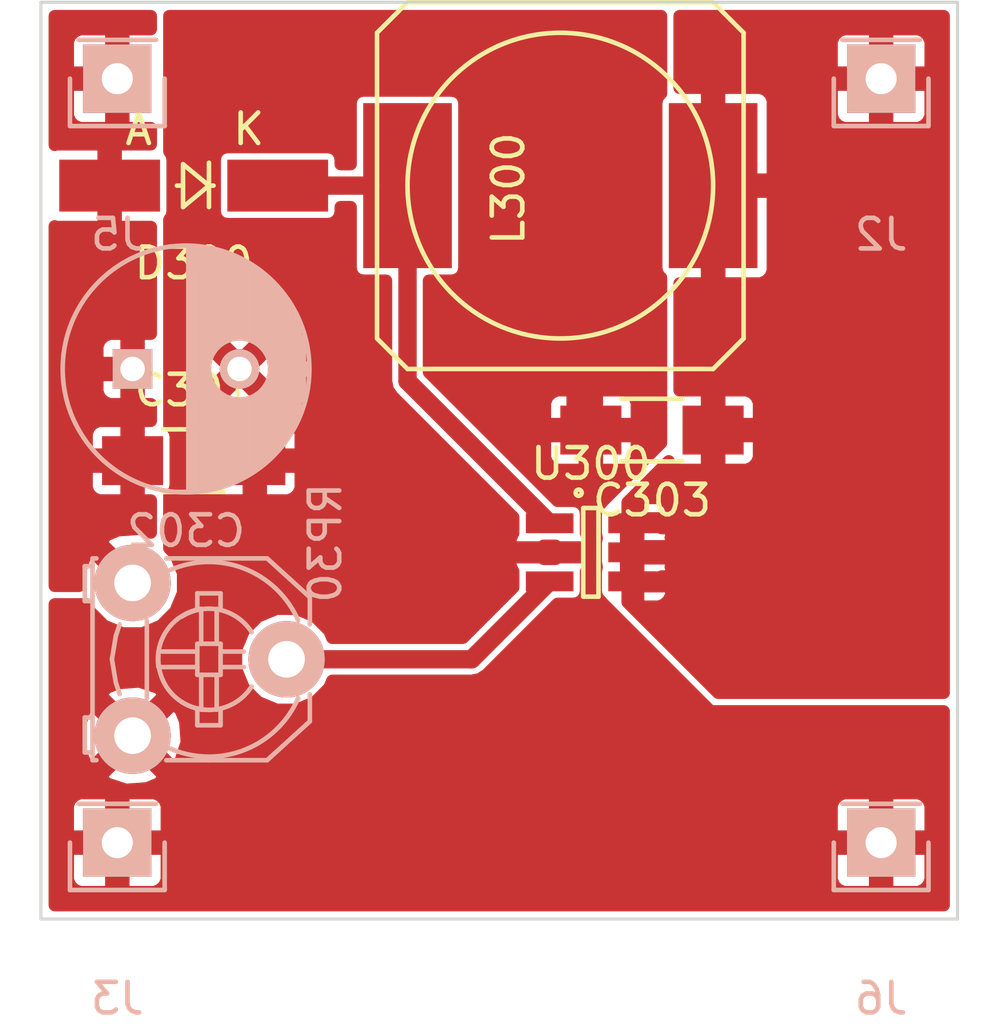
<source format=kicad_pcb>
(kicad_pcb (version 4) (host pcbnew 4.0.2-stable)

  (general
    (links 18)
    (no_connects 0)
    (area 50.510714 85.725519 83.489286 119.575)
    (thickness 1.6)
    (drawings 5)
    (tracks 17)
    (zones 0)
    (modules 11)
    (nets 6)
  )

  (page A4)
  (layers
    (0 F.Cu signal)
    (31 B.Cu signal)
    (32 B.Adhes user)
    (33 F.Adhes user)
    (34 B.Paste user)
    (35 F.Paste user)
    (36 B.SilkS user)
    (37 F.SilkS user)
    (38 B.Mask user)
    (39 F.Mask user)
    (40 Dwgs.User user)
    (41 Cmts.User user)
    (42 Eco1.User user)
    (43 Eco2.User user)
    (44 Edge.Cuts user)
    (45 Margin user)
    (46 B.CrtYd user)
    (47 F.CrtYd user)
    (48 B.Fab user)
    (49 F.Fab user)
  )

  (setup
    (last_trace_width 0.6)
    (trace_clearance 0.2)
    (zone_clearance 0.2)
    (zone_45_only yes)
    (trace_min 0.2)
    (segment_width 0.2)
    (edge_width 0.1)
    (via_size 0.6)
    (via_drill 0.4)
    (via_min_size 0.4)
    (via_min_drill 0.3)
    (uvia_size 0.3)
    (uvia_drill 0.1)
    (uvias_allowed no)
    (uvia_min_size 0.2)
    (uvia_min_drill 0.1)
    (pcb_text_width 0.3)
    (pcb_text_size 1.5 1.5)
    (mod_edge_width 0.15)
    (mod_text_size 1 1)
    (mod_text_width 0.15)
    (pad_size 1.5 1.5)
    (pad_drill 0.6)
    (pad_to_mask_clearance 0)
    (aux_axis_origin 0 0)
    (visible_elements FFFFFF7F)
    (pcbplotparams
      (layerselection 0x00000_00000001)
      (usegerberextensions false)
      (excludeedgelayer false)
      (linewidth 0.200000)
      (plotframeref false)
      (viasonmask false)
      (mode 1)
      (useauxorigin false)
      (hpglpennumber 1)
      (hpglpenspeed 20)
      (hpglpendiameter 15)
      (hpglpenoverlay 2)
      (psnegative false)
      (psa4output false)
      (plotreference false)
      (plotvalue false)
      (plotinvisibletext false)
      (padsonsilk false)
      (subtractmaskfromsilk false)
      (outputformat 4)
      (mirror true)
      (drillshape 1)
      (scaleselection 1)
      (outputdirectory ""))
  )

  (net 0 "")
  (net 1 VCC)
  (net 2 GND)
  (net 3 V_bat)
  (net 4 "Net-(D300-Pad1)")
  (net 5 "Net-(RP30-Pad2)")

  (net_class Default "This is the default net class."
    (clearance 0.2)
    (trace_width 0.6)
    (via_dia 0.6)
    (via_drill 0.4)
    (uvia_dia 0.3)
    (uvia_drill 0.1)
    (add_net GND)
    (add_net "Net-(D300-Pad1)")
    (add_net "Net-(RP30-Pad2)")
    (add_net VCC)
    (add_net V_bat)
  )

  (module Capacitors_SMD:C_1206_HandSoldering (layer F.Cu) (tedit 541A9C03) (tstamp 57E3B5F1)
    (at 57 101)
    (descr "Capacitor SMD 1206, hand soldering")
    (tags "capacitor 1206")
    (path /57C1E910)
    (attr smd)
    (fp_text reference C301 (at 0 -2.3) (layer F.SilkS)
      (effects (font (size 1 1) (thickness 0.15)))
    )
    (fp_text value 10uF (at 0 2.3) (layer F.Fab)
      (effects (font (size 1 1) (thickness 0.15)))
    )
    (fp_line (start -3.3 -1.15) (end 3.3 -1.15) (layer F.CrtYd) (width 0.05))
    (fp_line (start -3.3 1.15) (end 3.3 1.15) (layer F.CrtYd) (width 0.05))
    (fp_line (start -3.3 -1.15) (end -3.3 1.15) (layer F.CrtYd) (width 0.05))
    (fp_line (start 3.3 -1.15) (end 3.3 1.15) (layer F.CrtYd) (width 0.05))
    (fp_line (start 1 -1.025) (end -1 -1.025) (layer F.SilkS) (width 0.15))
    (fp_line (start -1 1.025) (end 1 1.025) (layer F.SilkS) (width 0.15))
    (pad 1 smd rect (at -2 0) (size 2 1.6) (layers F.Cu F.Paste F.Mask)
      (net 1 VCC))
    (pad 2 smd rect (at 2 0) (size 2 1.6) (layers F.Cu F.Paste F.Mask)
      (net 2 GND))
    (model Capacitors_SMD.3dshapes/C_1206_HandSoldering.wrl
      (at (xyz 0 0 0))
      (scale (xyz 1 1 1))
      (rotate (xyz 0 0 0))
    )
  )

  (module Capacitors_ThroughHole:C_Radial_D8_L11.5_P3.5 (layer B.Cu) (tedit 0) (tstamp 57E3B5F7)
    (at 55 98)
    (descr "Radial Electrolytic Capacitor Diameter 8mm x Length 11.5mm, Pitch 3.5mm")
    (tags "Electrolytic Capacitor")
    (path /57C5507A)
    (fp_text reference C302 (at 1.75 5.3) (layer B.SilkS)
      (effects (font (size 1 1) (thickness 0.15)) (justify mirror))
    )
    (fp_text value 470uF (at 1.75 -5.3) (layer B.Fab)
      (effects (font (size 1 1) (thickness 0.15)) (justify mirror))
    )
    (fp_line (start 1.825 3.999) (end 1.825 -3.999) (layer B.SilkS) (width 0.15))
    (fp_line (start 1.965 3.994) (end 1.965 -3.994) (layer B.SilkS) (width 0.15))
    (fp_line (start 2.105 3.984) (end 2.105 -3.984) (layer B.SilkS) (width 0.15))
    (fp_line (start 2.245 3.969) (end 2.245 -3.969) (layer B.SilkS) (width 0.15))
    (fp_line (start 2.385 3.949) (end 2.385 -3.949) (layer B.SilkS) (width 0.15))
    (fp_line (start 2.525 3.924) (end 2.525 0.222) (layer B.SilkS) (width 0.15))
    (fp_line (start 2.525 -0.222) (end 2.525 -3.924) (layer B.SilkS) (width 0.15))
    (fp_line (start 2.665 3.894) (end 2.665 0.55) (layer B.SilkS) (width 0.15))
    (fp_line (start 2.665 -0.55) (end 2.665 -3.894) (layer B.SilkS) (width 0.15))
    (fp_line (start 2.805 3.858) (end 2.805 0.719) (layer B.SilkS) (width 0.15))
    (fp_line (start 2.805 -0.719) (end 2.805 -3.858) (layer B.SilkS) (width 0.15))
    (fp_line (start 2.945 3.817) (end 2.945 0.832) (layer B.SilkS) (width 0.15))
    (fp_line (start 2.945 -0.832) (end 2.945 -3.817) (layer B.SilkS) (width 0.15))
    (fp_line (start 3.085 3.771) (end 3.085 0.91) (layer B.SilkS) (width 0.15))
    (fp_line (start 3.085 -0.91) (end 3.085 -3.771) (layer B.SilkS) (width 0.15))
    (fp_line (start 3.225 3.718) (end 3.225 0.961) (layer B.SilkS) (width 0.15))
    (fp_line (start 3.225 -0.961) (end 3.225 -3.718) (layer B.SilkS) (width 0.15))
    (fp_line (start 3.365 3.659) (end 3.365 0.991) (layer B.SilkS) (width 0.15))
    (fp_line (start 3.365 -0.991) (end 3.365 -3.659) (layer B.SilkS) (width 0.15))
    (fp_line (start 3.505 3.594) (end 3.505 1) (layer B.SilkS) (width 0.15))
    (fp_line (start 3.505 -1) (end 3.505 -3.594) (layer B.SilkS) (width 0.15))
    (fp_line (start 3.645 3.523) (end 3.645 0.989) (layer B.SilkS) (width 0.15))
    (fp_line (start 3.645 -0.989) (end 3.645 -3.523) (layer B.SilkS) (width 0.15))
    (fp_line (start 3.785 3.444) (end 3.785 0.959) (layer B.SilkS) (width 0.15))
    (fp_line (start 3.785 -0.959) (end 3.785 -3.444) (layer B.SilkS) (width 0.15))
    (fp_line (start 3.925 3.357) (end 3.925 0.905) (layer B.SilkS) (width 0.15))
    (fp_line (start 3.925 -0.905) (end 3.925 -3.357) (layer B.SilkS) (width 0.15))
    (fp_line (start 4.065 3.262) (end 4.065 0.825) (layer B.SilkS) (width 0.15))
    (fp_line (start 4.065 -0.825) (end 4.065 -3.262) (layer B.SilkS) (width 0.15))
    (fp_line (start 4.205 3.158) (end 4.205 0.709) (layer B.SilkS) (width 0.15))
    (fp_line (start 4.205 -0.709) (end 4.205 -3.158) (layer B.SilkS) (width 0.15))
    (fp_line (start 4.345 3.044) (end 4.345 0.535) (layer B.SilkS) (width 0.15))
    (fp_line (start 4.345 -0.535) (end 4.345 -3.044) (layer B.SilkS) (width 0.15))
    (fp_line (start 4.485 2.919) (end 4.485 0.173) (layer B.SilkS) (width 0.15))
    (fp_line (start 4.485 -0.173) (end 4.485 -2.919) (layer B.SilkS) (width 0.15))
    (fp_line (start 4.625 2.781) (end 4.625 -2.781) (layer B.SilkS) (width 0.15))
    (fp_line (start 4.765 2.629) (end 4.765 -2.629) (layer B.SilkS) (width 0.15))
    (fp_line (start 4.905 2.459) (end 4.905 -2.459) (layer B.SilkS) (width 0.15))
    (fp_line (start 5.045 2.268) (end 5.045 -2.268) (layer B.SilkS) (width 0.15))
    (fp_line (start 5.185 2.05) (end 5.185 -2.05) (layer B.SilkS) (width 0.15))
    (fp_line (start 5.325 1.794) (end 5.325 -1.794) (layer B.SilkS) (width 0.15))
    (fp_line (start 5.465 1.483) (end 5.465 -1.483) (layer B.SilkS) (width 0.15))
    (fp_line (start 5.605 1.067) (end 5.605 -1.067) (layer B.SilkS) (width 0.15))
    (fp_line (start 5.745 0.2) (end 5.745 -0.2) (layer B.SilkS) (width 0.15))
    (fp_circle (center 3.5 0) (end 3.5 1) (layer B.SilkS) (width 0.15))
    (fp_circle (center 1.75 0) (end 1.75 4.0375) (layer B.SilkS) (width 0.15))
    (fp_circle (center 1.75 0) (end 1.75 4.3) (layer B.CrtYd) (width 0.05))
    (pad 2 thru_hole circle (at 3.5 0) (size 1.3 1.3) (drill 0.8) (layers *.Cu *.Mask B.SilkS)
      (net 2 GND))
    (pad 1 thru_hole rect (at 0 0) (size 1.3 1.3) (drill 0.8) (layers *.Cu *.Mask B.SilkS)
      (net 1 VCC))
    (model Capacitors_ThroughHole.3dshapes/C_Radial_D8_L11.5_P3.5.wrl
      (at (xyz 0 0 0))
      (scale (xyz 1 1 1))
      (rotate (xyz 0 0 0))
    )
  )

  (module Capacitors_SMD:C_1206_HandSoldering (layer F.Cu) (tedit 541A9C03) (tstamp 57E3B5FD)
    (at 72 100 180)
    (descr "Capacitor SMD 1206, hand soldering")
    (tags "capacitor 1206")
    (path /57C1DE51)
    (attr smd)
    (fp_text reference C303 (at 0 -2.3 180) (layer F.SilkS)
      (effects (font (size 1 1) (thickness 0.15)))
    )
    (fp_text value 10uF (at 0 2.3 180) (layer F.Fab)
      (effects (font (size 1 1) (thickness 0.15)))
    )
    (fp_line (start -3.3 -1.15) (end 3.3 -1.15) (layer F.CrtYd) (width 0.05))
    (fp_line (start -3.3 1.15) (end 3.3 1.15) (layer F.CrtYd) (width 0.05))
    (fp_line (start -3.3 -1.15) (end -3.3 1.15) (layer F.CrtYd) (width 0.05))
    (fp_line (start 3.3 -1.15) (end 3.3 1.15) (layer F.CrtYd) (width 0.05))
    (fp_line (start 1 -1.025) (end -1 -1.025) (layer F.SilkS) (width 0.15))
    (fp_line (start -1 1.025) (end 1 1.025) (layer F.SilkS) (width 0.15))
    (pad 1 smd rect (at -2 0 180) (size 2 1.6) (layers F.Cu F.Paste F.Mask)
      (net 3 V_bat))
    (pad 2 smd rect (at 2 0 180) (size 2 1.6) (layers F.Cu F.Paste F.Mask)
      (net 2 GND))
    (model Capacitors_SMD.3dshapes/C_1206_HandSoldering.wrl
      (at (xyz 0 0 0))
      (scale (xyz 1 1 1))
      (rotate (xyz 0 0 0))
    )
  )

  (module Diodes_SMD:MiniMELF_Handsoldering (layer F.Cu) (tedit 5530FDE5) (tstamp 57E3B603)
    (at 57 92 180)
    (descr "Diode Mini-MELF Handsoldering")
    (tags "Diode Mini-MELF Handsoldering")
    (path /57C1927F)
    (attr smd)
    (fp_text reference D300 (at 0 -2.54 180) (layer F.SilkS)
      (effects (font (size 1 1) (thickness 0.15)))
    )
    (fp_text value SCHOTTKY (at 0 3.81 180) (layer F.Fab)
      (effects (font (size 1 1) (thickness 0.15)))
    )
    (fp_line (start -4.55 -1) (end 4.55 -1) (layer F.CrtYd) (width 0.05))
    (fp_line (start 4.55 -1) (end 4.55 1) (layer F.CrtYd) (width 0.05))
    (fp_line (start 4.55 1) (end -4.55 1) (layer F.CrtYd) (width 0.05))
    (fp_line (start -4.55 1) (end -4.55 -1) (layer F.CrtYd) (width 0.05))
    (fp_line (start -0.49958 0) (end -0.64944 0) (layer F.SilkS) (width 0.15))
    (fp_line (start 0.34878 0) (end 0.54944 0) (layer F.SilkS) (width 0.15))
    (fp_line (start -0.49958 0) (end -0.49958 0.7493) (layer F.SilkS) (width 0.15))
    (fp_line (start -0.49958 0) (end -0.49958 -0.70104) (layer F.SilkS) (width 0.15))
    (fp_line (start -0.49958 0) (end 0.34878 -0.70104) (layer F.SilkS) (width 0.15))
    (fp_line (start 0.34878 -0.70104) (end 0.34878 0.70104) (layer F.SilkS) (width 0.15))
    (fp_line (start 0.34878 0.70104) (end -0.49958 0) (layer F.SilkS) (width 0.15))
    (fp_text user K (at -1.8 1.85 180) (layer F.SilkS)
      (effects (font (size 1 1) (thickness 0.15)))
    )
    (fp_text user A (at 1.8 1.85 180) (layer F.SilkS)
      (effects (font (size 1 1) (thickness 0.15)))
    )
    (pad 1 smd rect (at -2.75082 0 180) (size 3.29946 1.69926) (layers F.Cu F.Paste F.Mask)
      (net 4 "Net-(D300-Pad1)"))
    (pad 2 smd rect (at 2.75082 0 180) (size 3.29946 1.69926) (layers F.Cu F.Paste F.Mask)
      (net 1 VCC))
    (model Diodes_SMD.3dshapes/MiniMELF_Handsoldering.wrl
      (at (xyz 0 0 0))
      (scale (xyz 0.3937 0.3937 0.3937))
      (rotate (xyz 0 0 180))
    )
  )

  (module Pin_Headers:Pin_Header_Straight_1x01 (layer B.Cu) (tedit 54EA08DC) (tstamp 57E3B608)
    (at 79.5 88.5)
    (descr "Through hole pin header")
    (tags "pin header")
    (path /57D2150C)
    (fp_text reference J2 (at 0 5.1) (layer B.SilkS)
      (effects (font (size 1 1) (thickness 0.15)) (justify mirror))
    )
    (fp_text value HEADER_1 (at 0 3.1) (layer B.Fab)
      (effects (font (size 1 1) (thickness 0.15)) (justify mirror))
    )
    (fp_line (start 1.55 1.55) (end 1.55 0) (layer B.SilkS) (width 0.15))
    (fp_line (start -1.75 1.75) (end -1.75 -1.75) (layer B.CrtYd) (width 0.05))
    (fp_line (start 1.75 1.75) (end 1.75 -1.75) (layer B.CrtYd) (width 0.05))
    (fp_line (start -1.75 1.75) (end 1.75 1.75) (layer B.CrtYd) (width 0.05))
    (fp_line (start -1.75 -1.75) (end 1.75 -1.75) (layer B.CrtYd) (width 0.05))
    (fp_line (start -1.55 0) (end -1.55 1.55) (layer B.SilkS) (width 0.15))
    (fp_line (start -1.55 1.55) (end 1.55 1.55) (layer B.SilkS) (width 0.15))
    (fp_line (start -1.27 -1.27) (end 1.27 -1.27) (layer B.SilkS) (width 0.15))
    (pad 1 thru_hole rect (at 0 0) (size 2.2352 2.2352) (drill 1.016) (layers *.Cu *.Mask B.SilkS)
      (net 3 V_bat))
    (model Pin_Headers.3dshapes/Pin_Header_Straight_1x01.wrl
      (at (xyz 0 0 0))
      (scale (xyz 1 1 1))
      (rotate (xyz 0 0 90))
    )
  )

  (module Pin_Headers:Pin_Header_Straight_1x01 (layer B.Cu) (tedit 54EA08DC) (tstamp 57E3B60D)
    (at 54.5 113.5)
    (descr "Through hole pin header")
    (tags "pin header")
    (path /57D2141E)
    (fp_text reference J3 (at 0 5.1) (layer B.SilkS)
      (effects (font (size 1 1) (thickness 0.15)) (justify mirror))
    )
    (fp_text value HEADER_1 (at 0 3.1) (layer B.Fab)
      (effects (font (size 1 1) (thickness 0.15)) (justify mirror))
    )
    (fp_line (start 1.55 1.55) (end 1.55 0) (layer B.SilkS) (width 0.15))
    (fp_line (start -1.75 1.75) (end -1.75 -1.75) (layer B.CrtYd) (width 0.05))
    (fp_line (start 1.75 1.75) (end 1.75 -1.75) (layer B.CrtYd) (width 0.05))
    (fp_line (start -1.75 1.75) (end 1.75 1.75) (layer B.CrtYd) (width 0.05))
    (fp_line (start -1.75 -1.75) (end 1.75 -1.75) (layer B.CrtYd) (width 0.05))
    (fp_line (start -1.55 0) (end -1.55 1.55) (layer B.SilkS) (width 0.15))
    (fp_line (start -1.55 1.55) (end 1.55 1.55) (layer B.SilkS) (width 0.15))
    (fp_line (start -1.27 -1.27) (end 1.27 -1.27) (layer B.SilkS) (width 0.15))
    (pad 1 thru_hole rect (at 0 0) (size 2.2352 2.2352) (drill 1.016) (layers *.Cu *.Mask B.SilkS)
      (net 2 GND))
    (model Pin_Headers.3dshapes/Pin_Header_Straight_1x01.wrl
      (at (xyz 0 0 0))
      (scale (xyz 1 1 1))
      (rotate (xyz 0 0 90))
    )
  )

  (module Pin_Headers:Pin_Header_Straight_1x01 (layer B.Cu) (tedit 54EA08DC) (tstamp 57E3B612)
    (at 54.5 88.5)
    (descr "Through hole pin header")
    (tags "pin header")
    (path /57D1FA0E)
    (fp_text reference J5 (at 0 5.1) (layer B.SilkS)
      (effects (font (size 1 1) (thickness 0.15)) (justify mirror))
    )
    (fp_text value HEADER_1 (at 0 3.1) (layer B.Fab)
      (effects (font (size 1 1) (thickness 0.15)) (justify mirror))
    )
    (fp_line (start 1.55 1.55) (end 1.55 0) (layer B.SilkS) (width 0.15))
    (fp_line (start -1.75 1.75) (end -1.75 -1.75) (layer B.CrtYd) (width 0.05))
    (fp_line (start 1.75 1.75) (end 1.75 -1.75) (layer B.CrtYd) (width 0.05))
    (fp_line (start -1.75 1.75) (end 1.75 1.75) (layer B.CrtYd) (width 0.05))
    (fp_line (start -1.75 -1.75) (end 1.75 -1.75) (layer B.CrtYd) (width 0.05))
    (fp_line (start -1.55 0) (end -1.55 1.55) (layer B.SilkS) (width 0.15))
    (fp_line (start -1.55 1.55) (end 1.55 1.55) (layer B.SilkS) (width 0.15))
    (fp_line (start -1.27 -1.27) (end 1.27 -1.27) (layer B.SilkS) (width 0.15))
    (pad 1 thru_hole rect (at 0 0) (size 2.2352 2.2352) (drill 1.016) (layers *.Cu *.Mask B.SilkS)
      (net 1 VCC))
    (model Pin_Headers.3dshapes/Pin_Header_Straight_1x01.wrl
      (at (xyz 0 0 0))
      (scale (xyz 1 1 1))
      (rotate (xyz 0 0 90))
    )
  )

  (module Pin_Headers:Pin_Header_Straight_1x01 (layer B.Cu) (tedit 54EA08DC) (tstamp 57E3B617)
    (at 79.5 113.5)
    (descr "Through hole pin header")
    (tags "pin header")
    (path /57D1FAB2)
    (fp_text reference J6 (at 0 5.1) (layer B.SilkS)
      (effects (font (size 1 1) (thickness 0.15)) (justify mirror))
    )
    (fp_text value HEADER_1 (at 0 3.1) (layer B.Fab)
      (effects (font (size 1 1) (thickness 0.15)) (justify mirror))
    )
    (fp_line (start 1.55 1.55) (end 1.55 0) (layer B.SilkS) (width 0.15))
    (fp_line (start -1.75 1.75) (end -1.75 -1.75) (layer B.CrtYd) (width 0.05))
    (fp_line (start 1.75 1.75) (end 1.75 -1.75) (layer B.CrtYd) (width 0.05))
    (fp_line (start -1.75 1.75) (end 1.75 1.75) (layer B.CrtYd) (width 0.05))
    (fp_line (start -1.75 -1.75) (end 1.75 -1.75) (layer B.CrtYd) (width 0.05))
    (fp_line (start -1.55 0) (end -1.55 1.55) (layer B.SilkS) (width 0.15))
    (fp_line (start -1.55 1.55) (end 1.55 1.55) (layer B.SilkS) (width 0.15))
    (fp_line (start -1.27 -1.27) (end 1.27 -1.27) (layer B.SilkS) (width 0.15))
    (pad 1 thru_hole rect (at 0 0) (size 2.2352 2.2352) (drill 1.016) (layers *.Cu *.Mask B.SilkS)
      (net 2 GND))
    (model Pin_Headers.3dshapes/Pin_Header_Straight_1x01.wrl
      (at (xyz 0 0 0))
      (scale (xyz 1 1 1))
      (rotate (xyz 0 0 90))
    )
  )

  (module Potentiometers:Potentiometer_Triwood_RM-065 (layer B.Cu) (tedit 53FABC1B) (tstamp 57E3B624)
    (at 55 110 90)
    (descr "Potentiometer, Trimmer, RM-065")
    (tags "Potentiometer, Trimmer, RM-065")
    (path /57C050E5)
    (fp_text reference RP30 (at 6.30936 6.30936 90) (layer B.SilkS)
      (effects (font (size 1 1) (thickness 0.15)) (justify mirror))
    )
    (fp_text value 10k (at 2.49936 -2.58064 90) (layer B.Fab)
      (effects (font (size 1 1) (thickness 0.15)) (justify mirror))
    )
    (fp_line (start 2.24536 2.88036) (end 2.24536 3.64236) (layer B.SilkS) (width 0.15))
    (fp_line (start 2.75336 2.88036) (end 2.75336 3.64236) (layer B.SilkS) (width 0.15))
    (fp_arc (start 2.49936 2.49936) (end 4.15036 2.24536) (angle -90) (layer B.SilkS) (width 0.15))
    (fp_arc (start 2.49936 2.49936) (end 2.62636 0.84836) (angle -90) (layer B.SilkS) (width 0.15))
    (fp_arc (start 2.49936 2.49936) (end 3.38836 3.89636) (angle -90) (layer B.SilkS) (width 0.15))
    (fp_arc (start 2.49936 2.49936) (end 1.10236 1.61036) (angle -90) (layer B.SilkS) (width 0.15))
    (fp_line (start -0.80264 -1.31064) (end -0.80264 -1.18364) (layer B.SilkS) (width 0.15))
    (fp_line (start -0.80264 2.49936) (end -0.80264 1.10236) (layer B.SilkS) (width 0.15))
    (fp_line (start 5.80136 -1.31064) (end 5.80136 -1.18364) (layer B.SilkS) (width 0.15))
    (fp_line (start 5.80136 2.49936) (end 5.80136 1.10236) (layer B.SilkS) (width 0.15))
    (fp_line (start 1.35636 -0.42164) (end 1.73736 -0.54864) (layer B.SilkS) (width 0.15))
    (fp_line (start 1.73736 -0.54864) (end 2.49936 -0.67564) (layer B.SilkS) (width 0.15))
    (fp_line (start 2.49936 -0.67564) (end 3.26136 -0.54864) (layer B.SilkS) (width 0.15))
    (fp_line (start 3.26136 -0.54864) (end 3.64236 -0.42164) (layer B.SilkS) (width 0.15))
    (fp_line (start 1.22936 0.46736) (end 3.76936 0.46736) (layer B.SilkS) (width 0.15))
    (fp_arc (start 2.49936 2.49936) (end 3.76936 5.42036) (angle -90) (layer B.SilkS) (width 0.15))
    (fp_arc (start 2.49936 2.49936) (end -0.42164 1.22936) (angle -90) (layer B.SilkS) (width 0.15))
    (fp_line (start 4.53136 5.80136) (end 3.64236 5.80136) (layer B.SilkS) (width 0.15))
    (fp_line (start 1.35636 5.80136) (end 0.46736 5.80136) (layer B.SilkS) (width 0.15))
    (fp_line (start 4.15036 2.88036) (end 4.65836 2.88036) (layer B.SilkS) (width 0.15))
    (fp_line (start 4.65836 2.88036) (end 4.65836 2.11836) (layer B.SilkS) (width 0.15))
    (fp_line (start 4.65836 2.11836) (end 4.15036 2.11836) (layer B.SilkS) (width 0.15))
    (fp_line (start 0.84836 2.88036) (end 0.34036 2.88036) (layer B.SilkS) (width 0.15))
    (fp_line (start 0.34036 2.88036) (end 0.34036 2.11836) (layer B.SilkS) (width 0.15))
    (fp_line (start 0.34036 2.11836) (end 0.84836 2.11836) (layer B.SilkS) (width 0.15))
    (fp_line (start 3.00736 2.24536) (end 4.15036 2.24536) (layer B.SilkS) (width 0.15))
    (fp_line (start 3.00736 2.75336) (end 4.15036 2.75336) (layer B.SilkS) (width 0.15))
    (fp_line (start 1.99136 2.24536) (end 0.84836 2.24536) (layer B.SilkS) (width 0.15))
    (fp_line (start 1.99136 2.75336) (end 0.84836 2.75336) (layer B.SilkS) (width 0.15))
    (fp_line (start 2.75336 2.11836) (end 2.75336 0.84836) (layer B.SilkS) (width 0.15))
    (fp_line (start 2.24536 2.11836) (end 2.24536 0.84836) (layer B.SilkS) (width 0.15))
    (fp_line (start 1.99136 2.88036) (end 1.99136 2.11836) (layer B.SilkS) (width 0.15))
    (fp_line (start 1.99136 2.11836) (end 3.00736 2.11836) (layer B.SilkS) (width 0.15))
    (fp_line (start 3.00736 2.11836) (end 3.00736 2.88036) (layer B.SilkS) (width 0.15))
    (fp_line (start 3.00736 2.88036) (end 1.99136 2.88036) (layer B.SilkS) (width 0.15))
    (fp_line (start 0.46736 5.80136) (end -0.80264 4.40436) (layer B.SilkS) (width 0.15))
    (fp_line (start -0.80264 4.40436) (end -0.80264 2.49936) (layer B.SilkS) (width 0.15))
    (fp_line (start 4.53136 5.80136) (end 5.80136 4.40436) (layer B.SilkS) (width 0.15))
    (fp_line (start 5.80136 4.40436) (end 5.80136 2.49936) (layer B.SilkS) (width 0.15))
    (fp_line (start 5.54736 -1.31064) (end 5.54736 -1.56464) (layer B.SilkS) (width 0.15))
    (fp_line (start 5.54736 -1.56464) (end 4.40436 -1.56464) (layer B.SilkS) (width 0.15))
    (fp_line (start 4.40436 -1.56464) (end 4.40436 -1.31064) (layer B.SilkS) (width 0.15))
    (fp_line (start -0.54864 -1.31064) (end -0.54864 -1.56464) (layer B.SilkS) (width 0.15))
    (fp_line (start -0.54864 -1.56464) (end 0.59436 -1.56464) (layer B.SilkS) (width 0.15))
    (fp_line (start 0.59436 -1.56464) (end 0.59436 -1.31064) (layer B.SilkS) (width 0.15))
    (fp_line (start -0.80264 -1.31064) (end 5.80136 -1.31064) (layer B.SilkS) (width 0.15))
    (pad 2 thru_hole circle (at 2.49936 5.03936 90) (size 2.49936 2.49936) (drill 1.19888) (layers *.Cu *.Mask B.SilkS)
      (net 5 "Net-(RP30-Pad2)"))
    (pad 3 thru_hole circle (at 4.99872 0 90) (size 2.49936 2.49936) (drill 1.19888) (layers *.Cu *.Mask B.SilkS)
      (net 1 VCC))
    (pad 1 thru_hole circle (at 0 0 90) (size 2.49936 2.49936) (drill 1.19888) (layers *.Cu *.Mask B.SilkS)
      (net 2 GND))
    (model Potentiometers.3dshapes/Potentiometer_Triwood_RM-065.wrl
      (at (xyz 0 0 0))
      (scale (xyz 4 4 4))
      (rotate (xyz 0 0 0))
    )
  )

  (module TO_SOT_Packages_SMD:SOT-23-6_Handsoldering (layer F.Cu) (tedit 57267254) (tstamp 57E3B62E)
    (at 70 104)
    (descr "6-pin SOT-23 package, Handsoldering")
    (tags "SOT-23-6 Handsoldering")
    (path /57BFA8DD)
    (attr smd)
    (fp_text reference U300 (at 0 -2.9) (layer F.SilkS)
      (effects (font (size 1 1) (thickness 0.15)))
    )
    (fp_text value MT3608 (at 0 2.9) (layer F.Fab)
      (effects (font (size 1 1) (thickness 0.15)))
    )
    (fp_line (start -2.4 1.7) (end -2.4 -1.7) (layer F.CrtYd) (width 0.05))
    (fp_line (start 2.4 1.7) (end -2.4 1.7) (layer F.CrtYd) (width 0.05))
    (fp_line (start 2.4 -1.7) (end 2.4 1.7) (layer F.CrtYd) (width 0.05))
    (fp_line (start -2.4 -1.7) (end 2.4 -1.7) (layer F.CrtYd) (width 0.05))
    (fp_circle (center -0.4 -1.95) (end -0.3 -1.95) (layer F.SilkS) (width 0.15))
    (fp_line (start 0.25 -1.45) (end -0.25 -1.45) (layer F.SilkS) (width 0.15))
    (fp_line (start 0.25 1.45) (end 0.25 -1.45) (layer F.SilkS) (width 0.15))
    (fp_line (start -0.25 1.45) (end 0.25 1.45) (layer F.SilkS) (width 0.15))
    (fp_line (start -0.25 -1.45) (end -0.25 1.45) (layer F.SilkS) (width 0.15))
    (pad 1 smd rect (at -1.35 -0.95) (size 1.56 0.65) (layers F.Cu F.Paste F.Mask)
      (net 4 "Net-(D300-Pad1)"))
    (pad 2 smd rect (at -1.35 0) (size 1.56 0.65) (layers F.Cu F.Paste F.Mask)
      (net 2 GND))
    (pad 3 smd rect (at -1.35 0.95) (size 1.56 0.65) (layers F.Cu F.Paste F.Mask)
      (net 5 "Net-(RP30-Pad2)"))
    (pad 4 smd rect (at 1.35 0.95) (size 1.56 0.65) (layers F.Cu F.Paste F.Mask)
      (net 3 V_bat))
    (pad 6 smd rect (at 1.35 -0.95) (size 1.56 0.65) (layers F.Cu F.Paste F.Mask)
      (net 3 V_bat))
    (pad 5 smd rect (at 1.35 0) (size 1.56 0.65) (layers F.Cu F.Paste F.Mask)
      (net 3 V_bat))
    (model TO_SOT_Packages_SMD.3dshapes/SOT-23-6.wrl
      (at (xyz 0 0 0))
      (scale (xyz 1 1 1))
      (rotate (xyz 0 0 0))
    )
  )

  (module Inductors:SELF-WE-PD-XXL (layer F.Cu) (tedit 0) (tstamp 57E3B777)
    (at 69 92)
    (descr "SELF- WE-PD-XXL")
    (path /57C16940)
    (attr smd)
    (fp_text reference L300 (at -1.69926 0.09906 90) (layer F.SilkS)
      (effects (font (size 1 1) (thickness 0.15)))
    )
    (fp_text value INDUCTOR (at 1.80086 0 90) (layer F.Fab)
      (effects (font (size 1 1) (thickness 0.15)))
    )
    (fp_circle (center 0 0) (end 0 -5.00126) (layer F.SilkS) (width 0.15))
    (fp_line (start -5.99948 0) (end -5.99948 -5.00126) (layer F.SilkS) (width 0.15))
    (fp_line (start -5.99948 -5.00126) (end -5.00126 -5.99948) (layer F.SilkS) (width 0.15))
    (fp_line (start -5.00126 -5.99948) (end 5.00126 -5.99948) (layer F.SilkS) (width 0.15))
    (fp_line (start 5.00126 -5.99948) (end 5.99948 -5.00126) (layer F.SilkS) (width 0.15))
    (fp_line (start 5.99948 -5.00126) (end 5.99948 5.00126) (layer F.SilkS) (width 0.15))
    (fp_line (start 5.99948 5.00126) (end 5.00126 5.99948) (layer F.SilkS) (width 0.15))
    (fp_line (start 5.00126 5.99948) (end -5.00126 5.99948) (layer F.SilkS) (width 0.15))
    (fp_line (start -5.00126 5.99948) (end -5.99948 5.00126) (layer F.SilkS) (width 0.15))
    (fp_line (start -5.99948 5.00126) (end -5.99948 0) (layer F.SilkS) (width 0.15))
    (fp_text user "" (at 0 0) (layer F.SilkS)
      (effects (font (size 1 1) (thickness 0.15)))
    )
    (fp_text user "" (at 0 0) (layer F.SilkS)
      (effects (font (size 1 1) (thickness 0.15)))
    )
    (pad 1 smd rect (at -5.00126 0) (size 2.90068 5.40004) (layers F.Cu F.Paste F.Mask)
      (net 4 "Net-(D300-Pad1)"))
    (pad 2 smd rect (at 5.00126 0) (size 2.90068 5.40004) (layers F.Cu F.Paste F.Mask)
      (net 3 V_bat))
    (model Inductors.3dshapes/SELF-WE-PD-XXL.wrl
      (at (xyz 0 0 0))
      (scale (xyz 1 1 1))
      (rotate (xyz 0 0 0))
    )
  )

  (gr_line (start 52 116) (end 52 86) (angle 90) (layer Edge.Cuts) (width 0.1))
  (gr_line (start 82 116) (end 52 116) (angle 90) (layer Edge.Cuts) (width 0.1))
  (gr_line (start 82 86) (end 82 116) (angle 90) (layer Edge.Cuts) (width 0.1))
  (gr_line (start 72 86) (end 82 86) (angle 90) (layer Edge.Cuts) (width 0.1))
  (gr_line (start 52 86) (end 72 86) (angle 90) (layer Edge.Cuts) (width 0.1))

  (segment (start 70 100) (end 69.5 99.5) (width 0.6) (layer F.Cu) (net 2))
  (segment (start 69.5 99.5) (end 69.5 90) (width 0.6) (layer F.Cu) (net 2) (tstamp 57E3BE09))
  (segment (start 67 87.5) (end 59 87.5) (width 0.6) (layer F.Cu) (net 2) (tstamp 57E3BE0F))
  (segment (start 69.5 90) (end 67 87.5) (width 0.6) (layer F.Cu) (net 2) (tstamp 57E3BE0C))
  (segment (start 59 106) (end 59 101) (width 0.6) (layer F.Cu) (net 2) (tstamp 57E3BDFC))
  (segment (start 68.65 104) (end 70 104) (width 0.6) (layer F.Cu) (net 2))
  (segment (start 70 104) (end 70 100) (width 0.6) (layer F.Cu) (net 2) (tstamp 57E3BD8D))
  (segment (start 71.35 104) (end 74 104) (width 0.8) (layer F.Cu) (net 3))
  (segment (start 74 104) (end 74 100) (width 0.8) (layer F.Cu) (net 3) (tstamp 57E3BB89))
  (segment (start 71.35 104.95) (end 71.35 103.05) (width 0.8) (layer F.Cu) (net 3))
  (segment (start 74 100) (end 74.00126 99.99874) (width 0.8) (layer F.Cu) (net 3))
  (segment (start 74.00126 99.99874) (end 74.00126 92) (width 0.8) (layer F.Cu) (net 3) (tstamp 57E3BB82))
  (segment (start 68.65 103.05) (end 63.99874 98.39874) (width 0.6) (layer F.Cu) (net 4))
  (segment (start 63.99874 98.39874) (end 63.99874 92) (width 0.6) (layer F.Cu) (net 4) (tstamp 57E3BB68))
  (segment (start 63.99874 92) (end 59.75082 92) (width 0.6) (layer F.Cu) (net 4) (tstamp 57E3BB6C))
  (segment (start 68.65 104.95) (end 66.09936 107.50064) (width 0.6) (layer F.Cu) (net 5))
  (segment (start 66.09936 107.50064) (end 60.03936 107.50064) (width 0.6) (layer F.Cu) (net 5) (tstamp 57E3BB96))

  (zone (net 3) (net_name V_bat) (layer F.Cu) (tstamp 57E3BA20) (hatch edge 0.508)
    (priority 1)
    (connect_pads (clearance 0.2))
    (min_thickness 0.4)
    (fill yes (arc_segments 16) (thermal_gap 0.3) (thermal_bridge_width 0.8))
    (polygon
      (pts
        (xy 71 106) (xy 71 102) (xy 72.5 100.5) (xy 72.5 86) (xy 82 86)
        (xy 82 109) (xy 74 109)
      )
    )
    (filled_polygon
      (pts
        (xy 81.55 108.6) (xy 74.165686 108.6) (xy 71.2 105.634314) (xy 71.2 105.1125) (xy 71.55 105.1125)
        (xy 71.55 105.65) (xy 71.675 105.775) (xy 72.229456 105.775) (xy 72.413227 105.69888) (xy 72.553879 105.558227)
        (xy 72.63 105.374456) (xy 72.63 105.2375) (xy 72.505 105.1125) (xy 71.55 105.1125) (xy 71.2 105.1125)
        (xy 71.2 104.1625) (xy 71.55 104.1625) (xy 71.55 104.7875) (xy 71.6375 104.7875) (xy 71.675 104.825)
        (xy 72.229456 104.825) (xy 72.31999 104.7875) (xy 72.505 104.7875) (xy 72.63 104.6625) (xy 72.63 104.525544)
        (xy 72.609064 104.475) (xy 72.63 104.424456) (xy 72.63 104.2875) (xy 72.505 104.1625) (xy 72.31999 104.1625)
        (xy 72.229456 104.125) (xy 71.675 104.125) (xy 71.6375 104.1625) (xy 71.55 104.1625) (xy 71.2 104.1625)
        (xy 71.2 103.2125) (xy 71.55 103.2125) (xy 71.55 103.8375) (xy 71.6375 103.8375) (xy 71.675 103.875)
        (xy 72.229456 103.875) (xy 72.31999 103.8375) (xy 72.505 103.8375) (xy 72.63 103.7125) (xy 72.63 103.575544)
        (xy 72.609064 103.525) (xy 72.63 103.474456) (xy 72.63 103.3375) (xy 72.505 103.2125) (xy 72.31999 103.2125)
        (xy 72.229456 103.175) (xy 71.675 103.175) (xy 71.6375 103.2125) (xy 71.55 103.2125) (xy 71.2 103.2125)
        (xy 71.2 102.365686) (xy 71.215686 102.35) (xy 71.55 102.35) (xy 71.55 102.8875) (xy 72.505 102.8875)
        (xy 72.63 102.7625) (xy 72.63 102.625544) (xy 72.553879 102.441773) (xy 72.413227 102.30112) (xy 72.229456 102.225)
        (xy 71.675 102.225) (xy 71.55 102.35) (xy 71.215686 102.35) (xy 72.548688 101.016998) (xy 72.576121 101.083227)
        (xy 72.716773 101.22388) (xy 72.900544 101.3) (xy 73.675 101.3) (xy 73.8 101.175) (xy 73.8 100.2)
        (xy 74.2 100.2) (xy 74.2 101.175) (xy 74.325 101.3) (xy 75.099456 101.3) (xy 75.283227 101.22388)
        (xy 75.423879 101.083227) (xy 75.5 100.899456) (xy 75.5 100.325) (xy 75.375 100.2) (xy 74.2 100.2)
        (xy 73.8 100.2) (xy 73.78 100.2) (xy 73.78 99.8) (xy 73.8 99.8) (xy 73.8 98.825)
        (xy 74.2 98.825) (xy 74.2 99.8) (xy 75.375 99.8) (xy 75.5 99.675) (xy 75.5 99.100544)
        (xy 75.423879 98.916773) (xy 75.283227 98.77612) (xy 75.099456 98.7) (xy 74.325 98.7) (xy 74.2 98.825)
        (xy 73.8 98.825) (xy 73.675 98.7) (xy 72.900544 98.7) (xy 72.9 98.700225) (xy 72.9 95.20002)
        (xy 73.67626 95.20002) (xy 73.80126 95.07502) (xy 73.80126 92.2) (xy 74.20126 92.2) (xy 74.20126 95.07502)
        (xy 74.32626 95.20002) (xy 75.551056 95.20002) (xy 75.734827 95.1239) (xy 75.875479 94.983247) (xy 75.9516 94.799476)
        (xy 75.9516 92.325) (xy 75.8266 92.2) (xy 74.20126 92.2) (xy 73.80126 92.2) (xy 73.78126 92.2)
        (xy 73.78126 91.8) (xy 73.80126 91.8) (xy 73.80126 88.92498) (xy 74.20126 88.92498) (xy 74.20126 91.8)
        (xy 75.8266 91.8) (xy 75.9516 91.675) (xy 75.9516 89.200524) (xy 75.875479 89.016753) (xy 75.734827 88.8761)
        (xy 75.61146 88.825) (xy 77.8824 88.825) (xy 77.8824 89.717056) (xy 77.958521 89.900827) (xy 78.099173 90.04148)
        (xy 78.282944 90.1176) (xy 79.175 90.1176) (xy 79.3 89.9926) (xy 79.3 88.7) (xy 79.7 88.7)
        (xy 79.7 89.9926) (xy 79.825 90.1176) (xy 80.717056 90.1176) (xy 80.900827 90.04148) (xy 81.041479 89.900827)
        (xy 81.1176 89.717056) (xy 81.1176 88.825) (xy 80.9926 88.7) (xy 79.7 88.7) (xy 79.3 88.7)
        (xy 78.0074 88.7) (xy 77.8824 88.825) (xy 75.61146 88.825) (xy 75.551056 88.79998) (xy 74.32626 88.79998)
        (xy 74.20126 88.92498) (xy 73.80126 88.92498) (xy 73.67626 88.79998) (xy 72.9 88.79998) (xy 72.9 87.282944)
        (xy 77.8824 87.282944) (xy 77.8824 88.175) (xy 78.0074 88.3) (xy 79.3 88.3) (xy 79.3 87.0074)
        (xy 79.7 87.0074) (xy 79.7 88.3) (xy 80.9926 88.3) (xy 81.1176 88.175) (xy 81.1176 87.282944)
        (xy 81.041479 87.099173) (xy 80.900827 86.95852) (xy 80.717056 86.8824) (xy 79.825 86.8824) (xy 79.7 87.0074)
        (xy 79.3 87.0074) (xy 79.175 86.8824) (xy 78.282944 86.8824) (xy 78.099173 86.95852) (xy 77.958521 87.099173)
        (xy 77.8824 87.282944) (xy 72.9 87.282944) (xy 72.9 86.45) (xy 81.55 86.45)
      )
    )
  )
  (zone (net 1) (net_name VCC) (layer F.Cu) (tstamp 57E3BBA8) (hatch edge 0.508)
    (priority 1)
    (connect_pads (clearance 0.2))
    (min_thickness 0.4)
    (fill yes (arc_segments 16) (thermal_gap 0.3) (thermal_bridge_width 0.8))
    (polygon
      (pts
        (xy 52 86) (xy 56 86) (xy 56 105.5) (xy 52 105.5)
      )
    )
    (filled_polygon
      (pts
        (xy 55.6 86.8824) (xy 54.825 86.8824) (xy 54.7 87.0074) (xy 54.7 88.3) (xy 54.72 88.3)
        (xy 54.72 88.7) (xy 54.7 88.7) (xy 54.7 89.9926) (xy 54.825 90.1176) (xy 55.6 90.1176)
        (xy 55.6 90.65037) (xy 54.57418 90.65037) (xy 54.44918 90.77537) (xy 54.44918 91.8) (xy 54.46918 91.8)
        (xy 54.46918 92.2) (xy 54.44918 92.2) (xy 54.44918 93.22463) (xy 54.57418 93.34963) (xy 55.6 93.34963)
        (xy 55.6 96.85) (xy 55.325 96.85) (xy 55.2 96.975) (xy 55.2 97.8) (xy 55.22 97.8)
        (xy 55.22 98.2) (xy 55.2 98.2) (xy 55.2 99.025) (xy 55.325 99.15) (xy 55.6 99.15)
        (xy 55.6 99.7) (xy 55.325 99.7) (xy 55.2 99.825) (xy 55.2 100.8) (xy 55.22 100.8)
        (xy 55.22 101.2) (xy 55.2 101.2) (xy 55.2 102.175) (xy 55.325 102.3) (xy 55.6 102.3)
        (xy 55.6 103.356841) (xy 55.219357 103.230859) (xy 54.525149 103.281679) (xy 54.11983 103.449569) (xy 53.976917 103.695354)
        (xy 55 104.718437) (xy 55.014142 104.704295) (xy 55.296985 104.987138) (xy 55.282843 105.00128) (xy 55.296985 105.015422)
        (xy 55.212407 105.1) (xy 54.787593 105.1) (xy 54.703015 105.015422) (xy 54.717157 105.00128) (xy 53.694074 103.978197)
        (xy 53.448289 104.12111) (xy 53.229579 104.781923) (xy 53.252864 105.1) (xy 52.45 105.1) (xy 52.45 101.325)
        (xy 53.5 101.325) (xy 53.5 101.899456) (xy 53.576121 102.083227) (xy 53.716773 102.22388) (xy 53.900544 102.3)
        (xy 54.675 102.3) (xy 54.8 102.175) (xy 54.8 101.2) (xy 53.625 101.2) (xy 53.5 101.325)
        (xy 52.45 101.325) (xy 52.45 100.100544) (xy 53.5 100.100544) (xy 53.5 100.675) (xy 53.625 100.8)
        (xy 54.8 100.8) (xy 54.8 99.825) (xy 54.675 99.7) (xy 53.900544 99.7) (xy 53.716773 99.77612)
        (xy 53.576121 99.916773) (xy 53.5 100.100544) (xy 52.45 100.100544) (xy 52.45 98.325) (xy 53.85 98.325)
        (xy 53.85 98.749456) (xy 53.926121 98.933227) (xy 54.066773 99.07388) (xy 54.250544 99.15) (xy 54.675 99.15)
        (xy 54.8 99.025) (xy 54.8 98.2) (xy 53.975 98.2) (xy 53.85 98.325) (xy 52.45 98.325)
        (xy 52.45 97.250544) (xy 53.85 97.250544) (xy 53.85 97.675) (xy 53.975 97.8) (xy 54.8 97.8)
        (xy 54.8 96.975) (xy 54.675 96.85) (xy 54.250544 96.85) (xy 54.066773 96.92612) (xy 53.926121 97.066773)
        (xy 53.85 97.250544) (xy 52.45 97.250544) (xy 52.45 93.328922) (xy 52.499994 93.34963) (xy 53.92418 93.34963)
        (xy 54.04918 93.22463) (xy 54.04918 92.2) (xy 54.02918 92.2) (xy 54.02918 91.8) (xy 54.04918 91.8)
        (xy 54.04918 90.77537) (xy 53.92418 90.65037) (xy 52.499994 90.65037) (xy 52.45 90.671078) (xy 52.45 88.825)
        (xy 52.8824 88.825) (xy 52.8824 89.717056) (xy 52.958521 89.900827) (xy 53.099173 90.04148) (xy 53.282944 90.1176)
        (xy 54.175 90.1176) (xy 54.3 89.9926) (xy 54.3 88.7) (xy 53.0074 88.7) (xy 52.8824 88.825)
        (xy 52.45 88.825) (xy 52.45 87.282944) (xy 52.8824 87.282944) (xy 52.8824 88.175) (xy 53.0074 88.3)
        (xy 54.3 88.3) (xy 54.3 87.0074) (xy 54.175 86.8824) (xy 53.282944 86.8824) (xy 53.099173 86.95852)
        (xy 52.958521 87.099173) (xy 52.8824 87.282944) (xy 52.45 87.282944) (xy 52.45 86.45) (xy 55.6 86.45)
      )
    )
  )
  (zone (net 2) (net_name GND) (layer F.Cu) (tstamp 57E3BCB8) (hatch edge 0.508)
    (priority 2)
    (connect_pads (clearance 0.2))
    (min_thickness 0.4)
    (fill yes (arc_segments 16) (thermal_gap 0.3) (thermal_bridge_width 0.8))
    (polygon
      (pts
        (xy 52 116) (xy 82 116) (xy 82 109) (xy 74 109) (xy 70.5 105.5)
        (xy 70.5 102.5) (xy 72.5 100.5) (xy 72.5 86) (xy 56 86) (xy 56 105.5)
        (xy 52 105.5)
      )
    )
    (filled_polygon
      (pts
        (xy 72.3 88.986114) (xy 72.266548 89.00764) (xy 72.175216 89.141309) (xy 72.143084 89.29998) (xy 72.143084 94.70002)
        (xy 72.170976 94.848251) (xy 72.25858 94.984392) (xy 72.3 95.012693) (xy 72.3 100.417158) (xy 70.358579 102.358579)
        (xy 70.327181 102.405921) (xy 70.285628 102.43266) (xy 70.194296 102.566329) (xy 70.162164 102.725) (xy 70.162164 103.375)
        (xy 70.190056 103.523231) (xy 70.192218 103.526591) (xy 70.162164 103.675) (xy 70.162164 104.325) (xy 70.190056 104.473231)
        (xy 70.192218 104.476591) (xy 70.162164 104.625) (xy 70.162164 105.275) (xy 70.190056 105.423231) (xy 70.27766 105.559372)
        (xy 70.325221 105.591869) (xy 70.358579 105.641421) (xy 73.858579 109.141421) (xy 73.924741 109.1853) (xy 74 109.2)
        (xy 81.55 109.2) (xy 81.55 115.55) (xy 52.45 115.55) (xy 52.45 113.825) (xy 52.8824 113.825)
        (xy 52.8824 114.717056) (xy 52.958521 114.900827) (xy 53.099173 115.04148) (xy 53.282944 115.1176) (xy 54.175 115.1176)
        (xy 54.3 114.9926) (xy 54.3 113.7) (xy 54.7 113.7) (xy 54.7 114.9926) (xy 54.825 115.1176)
        (xy 55.717056 115.1176) (xy 55.900827 115.04148) (xy 56.041479 114.900827) (xy 56.1176 114.717056) (xy 56.1176 113.825)
        (xy 77.8824 113.825) (xy 77.8824 114.717056) (xy 77.958521 114.900827) (xy 78.099173 115.04148) (xy 78.282944 115.1176)
        (xy 79.175 115.1176) (xy 79.3 114.9926) (xy 79.3 113.7) (xy 79.7 113.7) (xy 79.7 114.9926)
        (xy 79.825 115.1176) (xy 80.717056 115.1176) (xy 80.900827 115.04148) (xy 81.041479 114.900827) (xy 81.1176 114.717056)
        (xy 81.1176 113.825) (xy 80.9926 113.7) (xy 79.7 113.7) (xy 79.3 113.7) (xy 78.0074 113.7)
        (xy 77.8824 113.825) (xy 56.1176 113.825) (xy 55.9926 113.7) (xy 54.7 113.7) (xy 54.3 113.7)
        (xy 53.0074 113.7) (xy 52.8824 113.825) (xy 52.45 113.825) (xy 52.45 112.282944) (xy 52.8824 112.282944)
        (xy 52.8824 113.175) (xy 53.0074 113.3) (xy 54.3 113.3) (xy 54.3 112.0074) (xy 54.7 112.0074)
        (xy 54.7 113.3) (xy 55.9926 113.3) (xy 56.1176 113.175) (xy 56.1176 112.282944) (xy 77.8824 112.282944)
        (xy 77.8824 113.175) (xy 78.0074 113.3) (xy 79.3 113.3) (xy 79.3 112.0074) (xy 79.7 112.0074)
        (xy 79.7 113.3) (xy 80.9926 113.3) (xy 81.1176 113.175) (xy 81.1176 112.282944) (xy 81.041479 112.099173)
        (xy 80.900827 111.95852) (xy 80.717056 111.8824) (xy 79.825 111.8824) (xy 79.7 112.0074) (xy 79.3 112.0074)
        (xy 79.175 111.8824) (xy 78.282944 111.8824) (xy 78.099173 111.95852) (xy 77.958521 112.099173) (xy 77.8824 112.282944)
        (xy 56.1176 112.282944) (xy 56.041479 112.099173) (xy 55.900827 111.95852) (xy 55.717056 111.8824) (xy 54.825 111.8824)
        (xy 54.7 112.0074) (xy 54.3 112.0074) (xy 54.175 111.8824) (xy 53.282944 111.8824) (xy 53.099173 111.95852)
        (xy 52.958521 112.099173) (xy 52.8824 112.282944) (xy 52.45 112.282944) (xy 52.45 111.305926) (xy 53.976917 111.305926)
        (xy 54.11983 111.551711) (xy 54.780643 111.770421) (xy 55.474851 111.719601) (xy 55.88017 111.551711) (xy 56.023083 111.305926)
        (xy 55 110.282843) (xy 53.976917 111.305926) (xy 52.45 111.305926) (xy 52.45 109.780643) (xy 53.229579 109.780643)
        (xy 53.280399 110.474851) (xy 53.448289 110.88017) (xy 53.694074 111.023083) (xy 54.717157 110) (xy 55.282843 110)
        (xy 56.305926 111.023083) (xy 56.551711 110.88017) (xy 56.770421 110.219357) (xy 56.719601 109.525149) (xy 56.551711 109.11983)
        (xy 56.305926 108.976917) (xy 55.282843 110) (xy 54.717157 110) (xy 53.694074 108.976917) (xy 53.448289 109.11983)
        (xy 53.229579 109.780643) (xy 52.45 109.780643) (xy 52.45 108.694074) (xy 53.976917 108.694074) (xy 55 109.717157)
        (xy 56.023083 108.694074) (xy 55.88017 108.448289) (xy 55.219357 108.229579) (xy 54.525149 108.280399) (xy 54.11983 108.448289)
        (xy 53.976917 108.694074) (xy 52.45 108.694074) (xy 52.45 107.827342) (xy 58.389394 107.827342) (xy 58.640014 108.433888)
        (xy 59.103671 108.898355) (xy 59.709779 109.150033) (xy 60.366062 109.150606) (xy 60.972608 108.899986) (xy 61.437075 108.436329)
        (xy 61.534942 108.20064) (xy 66.09936 108.20064) (xy 66.367239 108.147356) (xy 66.594335 107.995615) (xy 68.907114 105.682836)
        (xy 69.43 105.682836) (xy 69.578231 105.654944) (xy 69.714372 105.56734) (xy 69.805704 105.433671) (xy 69.837836 105.275)
        (xy 69.837836 104.625) (xy 69.83772 104.624386) (xy 69.853879 104.608227) (xy 69.93 104.424456) (xy 69.93 104.2875)
        (xy 69.805 104.1625) (xy 68.85 104.1625) (xy 68.85 104.217164) (xy 68.45 104.217164) (xy 68.45 104.1625)
        (xy 67.495 104.1625) (xy 67.37 104.2875) (xy 67.37 104.424456) (xy 67.446121 104.608227) (xy 67.462287 104.624393)
        (xy 67.462164 104.625) (xy 67.462164 105.147886) (xy 65.80941 106.80064) (xy 61.535082 106.80064) (xy 61.438706 106.567392)
        (xy 60.975049 106.102925) (xy 60.368941 105.851247) (xy 59.712658 105.850674) (xy 59.106112 106.101294) (xy 58.641645 106.564951)
        (xy 58.389967 107.171059) (xy 58.389394 107.827342) (xy 52.45 107.827342) (xy 52.45 105.7) (xy 53.503749 105.7)
        (xy 53.600654 105.934528) (xy 54.064311 106.398995) (xy 54.670419 106.650673) (xy 55.326702 106.651246) (xy 55.933248 106.400626)
        (xy 56.397715 105.936969) (xy 56.649393 105.330861) (xy 56.649966 104.674578) (xy 56.399346 104.068032) (xy 56.2 103.868338)
        (xy 56.2 102.146632) (xy 56.284372 102.09234) (xy 56.375704 101.958671) (xy 56.407836 101.8) (xy 56.407836 101.325)
        (xy 57.5 101.325) (xy 57.5 101.899456) (xy 57.576121 102.083227) (xy 57.716773 102.22388) (xy 57.900544 102.3)
        (xy 58.675 102.3) (xy 58.8 102.175) (xy 58.8 101.2) (xy 59.2 101.2) (xy 59.2 102.175)
        (xy 59.325 102.3) (xy 60.099456 102.3) (xy 60.283227 102.22388) (xy 60.423879 102.083227) (xy 60.5 101.899456)
        (xy 60.5 101.325) (xy 60.375 101.2) (xy 59.2 101.2) (xy 58.8 101.2) (xy 57.625 101.2)
        (xy 57.5 101.325) (xy 56.407836 101.325) (xy 56.407836 100.2) (xy 56.389122 100.100544) (xy 57.5 100.100544)
        (xy 57.5 100.675) (xy 57.625 100.8) (xy 58.8 100.8) (xy 58.8 99.825) (xy 59.2 99.825)
        (xy 59.2 100.8) (xy 60.375 100.8) (xy 60.5 100.675) (xy 60.5 100.100544) (xy 60.423879 99.916773)
        (xy 60.283227 99.77612) (xy 60.099456 99.7) (xy 59.325 99.7) (xy 59.2 99.825) (xy 58.8 99.825)
        (xy 58.675 99.7) (xy 57.900544 99.7) (xy 57.716773 99.77612) (xy 57.576121 99.916773) (xy 57.5 100.100544)
        (xy 56.389122 100.100544) (xy 56.379944 100.051769) (xy 56.29234 99.915628) (xy 56.2 99.852535) (xy 56.2 98.868511)
        (xy 57.914332 98.868511) (xy 57.982708 99.052253) (xy 58.424763 99.170114) (xy 58.878273 99.109836) (xy 59.017292 99.052253)
        (xy 59.085668 98.868511) (xy 58.5 98.282843) (xy 57.914332 98.868511) (xy 56.2 98.868511) (xy 56.2 97.924763)
        (xy 57.329886 97.924763) (xy 57.390164 98.378273) (xy 57.447747 98.517292) (xy 57.631489 98.585668) (xy 58.217157 98)
        (xy 58.782843 98) (xy 59.368511 98.585668) (xy 59.552253 98.517292) (xy 59.670114 98.075237) (xy 59.609836 97.621727)
        (xy 59.552253 97.482708) (xy 59.368511 97.414332) (xy 58.782843 98) (xy 58.217157 98) (xy 57.631489 97.414332)
        (xy 57.447747 97.482708) (xy 57.329886 97.924763) (xy 56.2 97.924763) (xy 56.2 97.131489) (xy 57.914332 97.131489)
        (xy 58.5 97.717157) (xy 59.085668 97.131489) (xy 59.017292 96.947747) (xy 58.575237 96.829886) (xy 58.121727 96.890164)
        (xy 57.982708 96.947747) (xy 57.914332 97.131489) (xy 56.2 97.131489) (xy 56.2 93.117502) (xy 56.274614 93.008301)
        (xy 56.306746 92.84963) (xy 56.306746 91.15037) (xy 57.693254 91.15037) (xy 57.693254 92.84963) (xy 57.721146 92.997861)
        (xy 57.80875 93.134002) (xy 57.942419 93.225334) (xy 58.10109 93.257466) (xy 61.40055 93.257466) (xy 61.548781 93.229574)
        (xy 61.684922 93.14197) (xy 61.776254 93.008301) (xy 61.808386 92.84963) (xy 61.808386 92.7) (xy 62.140564 92.7)
        (xy 62.140564 94.70002) (xy 62.168456 94.848251) (xy 62.25606 94.984392) (xy 62.389729 95.075724) (xy 62.5484 95.107856)
        (xy 63.29874 95.107856) (xy 63.29874 98.39874) (xy 63.352024 98.666619) (xy 63.503765 98.893715) (xy 67.462164 102.852114)
        (xy 67.462164 103.375) (xy 67.46228 103.375614) (xy 67.446121 103.391773) (xy 67.37 103.575544) (xy 67.37 103.7125)
        (xy 67.495 103.8375) (xy 68.45 103.8375) (xy 68.45 103.782836) (xy 68.85 103.782836) (xy 68.85 103.8375)
        (xy 69.805 103.8375) (xy 69.93 103.7125) (xy 69.93 103.575544) (xy 69.853879 103.391773) (xy 69.837713 103.375607)
        (xy 69.837836 103.375) (xy 69.837836 102.725) (xy 69.809944 102.576769) (xy 69.72234 102.440628) (xy 69.588671 102.349296)
        (xy 69.43 102.317164) (xy 68.907114 102.317164) (xy 66.91495 100.325) (xy 68.5 100.325) (xy 68.5 100.899456)
        (xy 68.576121 101.083227) (xy 68.716773 101.22388) (xy 68.900544 101.3) (xy 69.675 101.3) (xy 69.8 101.175)
        (xy 69.8 100.2) (xy 70.2 100.2) (xy 70.2 101.175) (xy 70.325 101.3) (xy 71.099456 101.3)
        (xy 71.283227 101.22388) (xy 71.423879 101.083227) (xy 71.5 100.899456) (xy 71.5 100.325) (xy 71.375 100.2)
        (xy 70.2 100.2) (xy 69.8 100.2) (xy 68.625 100.2) (xy 68.5 100.325) (xy 66.91495 100.325)
        (xy 65.690494 99.100544) (xy 68.5 99.100544) (xy 68.5 99.675) (xy 68.625 99.8) (xy 69.8 99.8)
        (xy 69.8 98.825) (xy 70.2 98.825) (xy 70.2 99.8) (xy 71.375 99.8) (xy 71.5 99.675)
        (xy 71.5 99.100544) (xy 71.423879 98.916773) (xy 71.283227 98.77612) (xy 71.099456 98.7) (xy 70.325 98.7)
        (xy 70.2 98.825) (xy 69.8 98.825) (xy 69.675 98.7) (xy 68.900544 98.7) (xy 68.716773 98.77612)
        (xy 68.576121 98.916773) (xy 68.5 99.100544) (xy 65.690494 99.100544) (xy 64.69874 98.10879) (xy 64.69874 95.107856)
        (xy 65.44908 95.107856) (xy 65.597311 95.079964) (xy 65.733452 94.99236) (xy 65.824784 94.858691) (xy 65.856916 94.70002)
        (xy 65.856916 89.29998) (xy 65.829024 89.151749) (xy 65.74142 89.015608) (xy 65.607751 88.924276) (xy 65.44908 88.892144)
        (xy 62.5484 88.892144) (xy 62.400169 88.920036) (xy 62.264028 89.00764) (xy 62.172696 89.141309) (xy 62.140564 89.29998)
        (xy 62.140564 91.3) (xy 61.808386 91.3) (xy 61.808386 91.15037) (xy 61.780494 91.002139) (xy 61.69289 90.865998)
        (xy 61.559221 90.774666) (xy 61.40055 90.742534) (xy 58.10109 90.742534) (xy 57.952859 90.770426) (xy 57.816718 90.85803)
        (xy 57.725386 90.991699) (xy 57.693254 91.15037) (xy 56.306746 91.15037) (xy 56.278854 91.002139) (xy 56.2 90.879596)
        (xy 56.2 86.45) (xy 72.3 86.45)
      )
    )
  )
)

</source>
